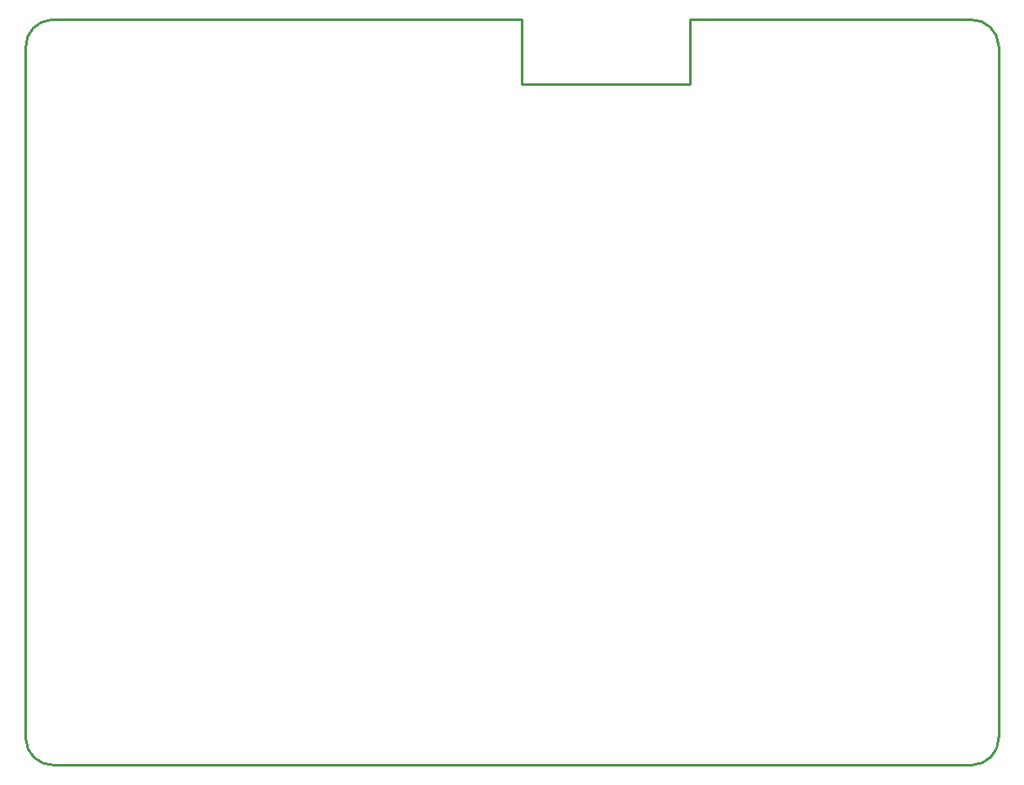
<source format=gm1>
G04*
G04 #@! TF.GenerationSoftware,Altium Limited,Altium Designer,22.0.2 (36)*
G04*
G04 Layer_Color=16711935*
%FSLAX25Y25*%
%MOIN*%
G70*
G04*
G04 #@! TF.SameCoordinates,7F160BED-0690-4144-9330-6DFC8CD618BD*
G04*
G04*
G04 #@! TF.FilePolarity,Positive*
G04*
G01*
G75*
%ADD10C,0.01000*%
D10*
X412000Y394500D02*
G03*
X401500Y383500I250J-10750D01*
G01*
X401497Y109712D02*
G03*
X412497Y99212I10750J250D01*
G01*
X776500Y99212D02*
G03*
X787000Y110212I-250J10750D01*
G01*
Y384000D02*
G03*
X776000Y394500I-10750J-250D01*
G01*
X664500D02*
X776000D01*
X412000D02*
X598000Y394500D01*
X664500Y369000D02*
Y394500D01*
X598000Y369000D02*
X664500D01*
X598000D02*
Y394500D01*
X787000Y110240D02*
Y384000D01*
X401497Y109712D02*
Y383496D01*
X412497Y99212D02*
X776126Y99212D01*
M02*

</source>
